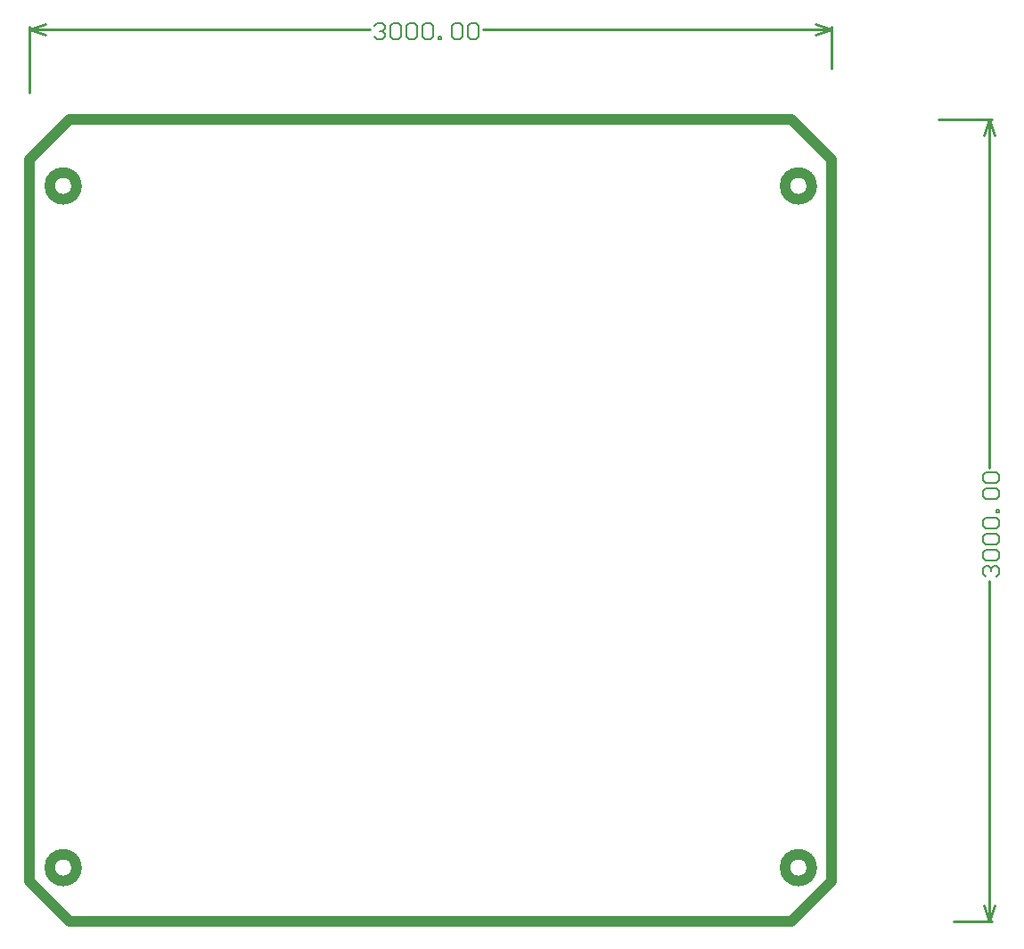
<source format=gm1>
G04*
G04 #@! TF.GenerationSoftware,Altium Limited,Altium Designer,22.9.1 (49)*
G04*
G04 Layer_Color=16711935*
%FSLAX25Y25*%
%MOIN*%
G70*
G04*
G04 #@! TF.SameCoordinates,4F3841DE-4AA8-461A-9A8C-39A9ABFBA23C*
G04*
G04*
G04 #@! TF.FilePolarity,Positive*
G04*
G01*
G75*
%ADD14C,0.01000*%
%ADD62C,0.04000*%
%ADD98C,0.00600*%
D14*
X367500Y16500D02*
X369500Y10500D01*
X371500Y16500D01*
X369500Y310500D02*
X371500Y304500D01*
X367500D02*
X369500Y310500D01*
Y10500D02*
Y137806D01*
Y179994D02*
Y310500D01*
X356000Y10500D02*
X370500D01*
X350500Y310500D02*
X370500D01*
X10500Y344000D02*
X16500Y346000D01*
X10500Y344000D02*
X16500Y342000D01*
X304500D02*
X310500Y344000D01*
X304500Y346000D02*
X310500Y344000D01*
X10500D02*
X137806D01*
X179994D02*
X310500D01*
X10500Y320500D02*
Y345000D01*
X310500Y329500D02*
Y345000D01*
D62*
X28000Y30500D02*
G03*
X28000Y30500I-5000J0D01*
G01*
Y285500D02*
G03*
X28000Y285500I-5000J0D01*
G01*
X303000D02*
G03*
X303000Y285500I-5000J0D01*
G01*
Y30500D02*
G03*
X303000Y30500I-5000J0D01*
G01*
X10500Y25500D02*
Y295500D01*
X25500Y310500D01*
X295500D01*
X310500Y295500D01*
Y25500D02*
Y295500D01*
X295500Y10500D02*
X310500Y25500D01*
X25500Y10500D02*
X295500Y10500D01*
X10500Y25500D02*
X25500Y10500D01*
D98*
X368101Y139406D02*
X367101Y140406D01*
Y142405D01*
X368101Y143405D01*
X369100D01*
X370100Y142405D01*
Y141406D01*
Y142405D01*
X371100Y143405D01*
X372099D01*
X373099Y142405D01*
Y140406D01*
X372099Y139406D01*
X368101Y145404D02*
X367101Y146404D01*
Y148403D01*
X368101Y149403D01*
X372099D01*
X373099Y148403D01*
Y146404D01*
X372099Y145404D01*
X368101D01*
Y151402D02*
X367101Y152402D01*
Y154401D01*
X368101Y155401D01*
X372099D01*
X373099Y154401D01*
Y152402D01*
X372099Y151402D01*
X368101D01*
Y157401D02*
X367101Y158400D01*
Y160399D01*
X368101Y161399D01*
X372099D01*
X373099Y160399D01*
Y158400D01*
X372099Y157401D01*
X368101D01*
X373099Y163399D02*
X372099D01*
Y164398D01*
X373099D01*
Y163399D01*
X368101Y168397D02*
X367101Y169397D01*
Y171396D01*
X368101Y172396D01*
X372099D01*
X373099Y171396D01*
Y169397D01*
X372099Y168397D01*
X368101D01*
Y174395D02*
X367101Y175395D01*
Y177394D01*
X368101Y178394D01*
X372099D01*
X373099Y177394D01*
Y175395D01*
X372099Y174395D01*
X368101D01*
X139406Y345399D02*
X140406Y346399D01*
X142405D01*
X143405Y345399D01*
Y344400D01*
X142405Y343400D01*
X141406D01*
X142405D01*
X143405Y342400D01*
Y341401D01*
X142405Y340401D01*
X140406D01*
X139406Y341401D01*
X145404Y345399D02*
X146404Y346399D01*
X148403D01*
X149403Y345399D01*
Y341401D01*
X148403Y340401D01*
X146404D01*
X145404Y341401D01*
Y345399D01*
X151402D02*
X152402Y346399D01*
X154401D01*
X155401Y345399D01*
Y341401D01*
X154401Y340401D01*
X152402D01*
X151402Y341401D01*
Y345399D01*
X157401D02*
X158400Y346399D01*
X160399D01*
X161399Y345399D01*
Y341401D01*
X160399Y340401D01*
X158400D01*
X157401Y341401D01*
Y345399D01*
X163399Y340401D02*
Y341401D01*
X164398D01*
Y340401D01*
X163399D01*
X168397Y345399D02*
X169397Y346399D01*
X171396D01*
X172396Y345399D01*
Y341401D01*
X171396Y340401D01*
X169397D01*
X168397Y341401D01*
Y345399D01*
X174395D02*
X175395Y346399D01*
X177394D01*
X178394Y345399D01*
Y341401D01*
X177394Y340401D01*
X175395D01*
X174395Y341401D01*
Y345399D01*
M02*

</source>
